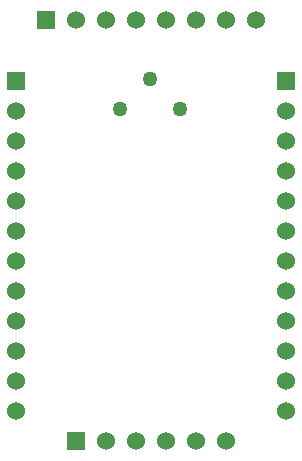
<source format=gbr>
G04 start of page 3 for group 1 idx 1 *
G04 Title: (unknown), solder *
G04 Creator: pcb 20110918 *
G04 CreationDate: Mon Jul 21 20:20:48 2014 UTC *
G04 For: fosse *
G04 Format: Gerber/RS-274X *
G04 PCB-Dimensions: 200000 300000 *
G04 PCB-Coordinate-Origin: lower left *
%MOIN*%
%FSLAX25Y25*%
%LNBOTTOM*%
%ADD26C,0.0225*%
%ADD25C,0.0380*%
%ADD24C,0.0500*%
%ADD23C,0.0600*%
%ADD22C,0.0001*%
G54D22*G36*
X137500Y180750D02*Y174750D01*
X143500D01*
Y180750D01*
X137500D01*
G37*
G54D23*X140500Y167750D03*
Y157750D03*
Y147750D03*
Y137750D03*
Y127750D03*
Y117750D03*
Y107750D03*
Y97750D03*
Y87750D03*
Y77750D03*
Y67750D03*
G54D22*G36*
X47500Y180750D02*Y174750D01*
X53500D01*
Y180750D01*
X47500D01*
G37*
G54D23*X50500Y167750D03*
Y157750D03*
G54D22*G36*
X57500Y201000D02*Y195000D01*
X63500D01*
Y201000D01*
X57500D01*
G37*
G54D23*X70500Y198000D03*
X50500Y147750D03*
Y137750D03*
Y127750D03*
Y117750D03*
Y107750D03*
Y97750D03*
Y87750D03*
Y77750D03*
Y67750D03*
G54D22*G36*
X67500Y60750D02*Y54750D01*
X73500D01*
Y60750D01*
X67500D01*
G37*
G54D23*X80500Y57750D03*
X90500D03*
X100500D03*
X110500D03*
X120500D03*
G54D24*X105000Y168500D03*
X85000D03*
X95000Y178500D03*
G54D23*X80500Y198000D03*
X90500D03*
X100500D03*
X110500D03*
X120500D03*
X130500D03*
G54D25*G54D26*G54D25*M02*

</source>
